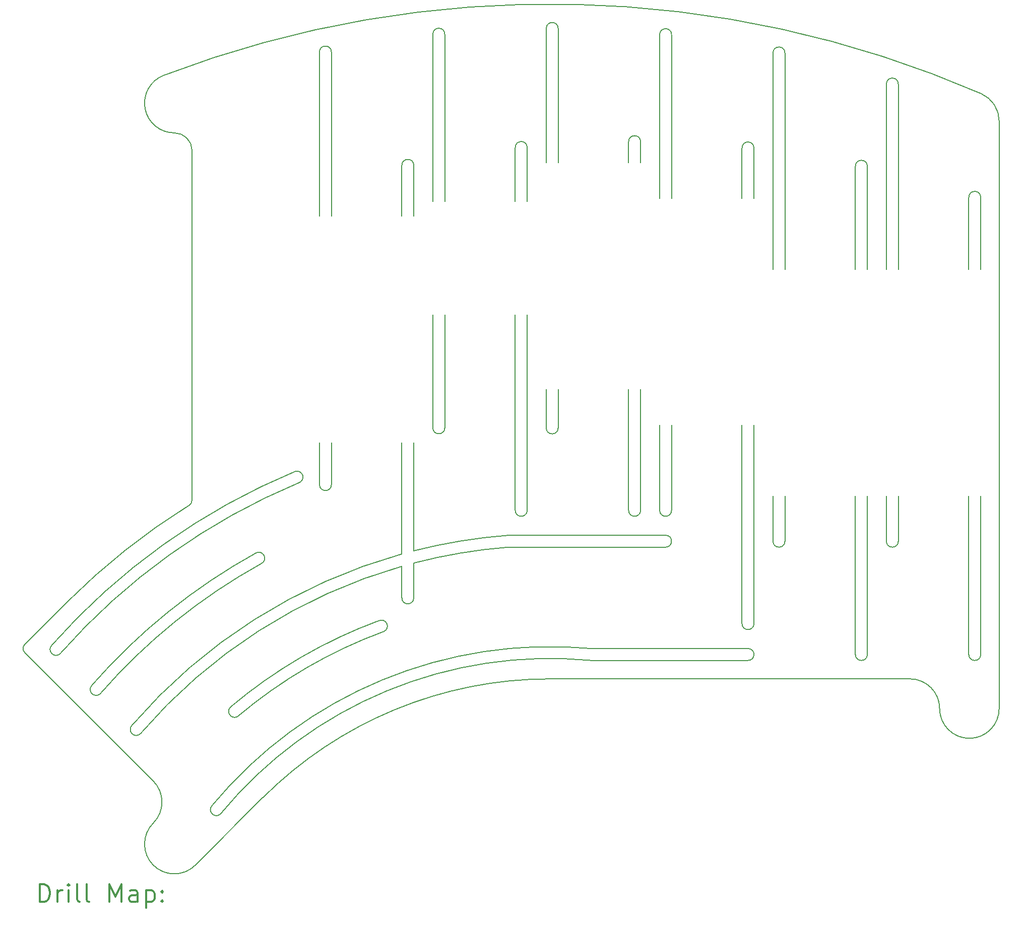
<source format=gbr>
%FSLAX45Y45*%
G04 Gerber Fmt 4.5, Leading zero omitted, Abs format (unit mm)*
G04 Created by KiCad (PCBNEW 5.1.12-84ad8e8a86~92~ubuntu20.04.1) date 2021-11-14 19:57:37*
%MOMM*%
%LPD*%
G01*
G04 APERTURE LIST*
%TA.AperFunction,Profile*%
%ADD10C,0.150000*%
%TD*%
%ADD11C,0.200000*%
%ADD12C,0.300000*%
G04 APERTURE END LIST*
D10*
X13887375Y-9202500D02*
X13887375Y-11020693D01*
X8620859Y-13422986D02*
X8621150Y-13423239D01*
X8479438Y-13281564D02*
X8479728Y-13281818D01*
X7947342Y-12749466D02*
X7947630Y-12749720D01*
X7806209Y-12608299D02*
X7805921Y-12608044D01*
X11892928Y-9686971D02*
G75*
G02*
X11958041Y-9876075I32557J-94552D01*
G01*
X13301094Y-12195724D02*
G75*
G02*
X13385618Y-12376985I42262J-90631D01*
G01*
X11240997Y-11054428D02*
G75*
G02*
X11325520Y-11235690I42262J-90631D01*
G01*
X10805933Y-13649690D02*
G75*
G03*
X10947354Y-13791112I70711J-70711D01*
G01*
X10500286Y-15302375D02*
G75*
G03*
X10641707Y-15443797I70711J-70711D01*
G01*
X9153248Y-13955337D02*
G75*
G03*
X9294669Y-14096758I70711J-70711D01*
G01*
X8479728Y-13281818D02*
G75*
G03*
X8621150Y-13423239I70711J-70711D01*
G01*
X7806209Y-12608299D02*
G75*
G03*
X7947630Y-12749720I70711J-70711D01*
G01*
X10805712Y-13649428D02*
G75*
G02*
X13301094Y-12195724I5370327J-6349932D01*
G01*
X10947134Y-13790850D02*
G75*
G02*
X13385618Y-12376985I5228904J-6208510D01*
G01*
X8620859Y-13422986D02*
G75*
G02*
X11325520Y-11235690I7555180J-6576374D01*
G01*
X8479438Y-13281564D02*
G75*
G02*
X11240997Y-11054428I7696600J-6717796D01*
G01*
X23421413Y-3334354D02*
G75*
G02*
X23722038Y-3792884I-199375J-458530D01*
G01*
X10217443Y-16306467D02*
G75*
G02*
X9510337Y-15599360I-353553J353553D01*
G01*
X7352485Y-12734402D02*
G75*
G02*
X7352485Y-12592981I70711J70711D01*
G01*
X19602375Y-12244500D02*
G75*
G02*
X19402375Y-12244500I-100000J0D01*
G01*
X18217625Y-10339500D02*
G75*
G02*
X18017625Y-10339500I-100000J0D01*
G01*
X19402375Y-8902500D02*
X19402375Y-12244500D01*
X18017625Y-8902500D02*
X18017625Y-10339500D01*
X18217625Y-10339500D02*
X18217625Y-8902500D01*
X19602375Y-12244500D02*
X19602375Y-8902500D01*
X21827625Y-6292500D02*
X21827625Y-3171694D01*
X22027625Y-6292500D02*
X22027625Y-3171694D01*
X23212375Y-6292500D02*
X23212375Y-5076695D01*
X23412375Y-6292500D02*
X23412375Y-5076695D01*
X19922625Y-6292500D02*
X19922625Y-2649246D01*
X20122625Y-6292500D02*
X20122625Y-2649246D01*
X21307375Y-6292500D02*
X21307375Y-4554246D01*
X21507375Y-6292500D02*
X21507375Y-4554246D01*
X23212375Y-12764375D02*
X23212375Y-10102500D01*
X23412375Y-10102500D02*
X23412375Y-12764375D01*
X21307375Y-12764375D02*
X21307375Y-10102500D01*
X21507375Y-10102500D02*
X21507375Y-12764375D01*
X21827625Y-10859500D02*
X21827625Y-10102500D01*
X22027625Y-10102500D02*
X22027625Y-10859500D01*
X19922625Y-10859500D02*
X19922625Y-10102500D01*
X20122625Y-10102500D02*
X20122625Y-10859500D01*
X22027625Y-10859500D02*
G75*
G02*
X21827625Y-10859500I-100000J0D01*
G01*
X20122625Y-10859500D02*
G75*
G02*
X19922625Y-10859500I-100000J0D01*
G01*
X23412375Y-12764375D02*
G75*
G02*
X23212375Y-12764375I-100000J0D01*
G01*
X21507375Y-12764375D02*
G75*
G02*
X21307375Y-12764375I-100000J0D01*
G01*
X7805921Y-12608044D02*
G75*
G02*
X11892928Y-9686971I8370117J-7391316D01*
G01*
X7947342Y-12749466D02*
G75*
G02*
X11958041Y-9876075I8228696J-7249894D01*
G01*
X13687375Y-9202500D02*
X13687375Y-11074059D01*
X9153058Y-13955174D02*
G75*
G02*
X13687375Y-11074059I7022981J-6044186D01*
G01*
X9294479Y-14096596D02*
G75*
G02*
X13687380Y-11281272I6881559J-5902764D01*
G01*
X13887375Y-11812000D02*
X13887375Y-11226645D01*
X13687375Y-11812000D02*
X13687380Y-11281272D01*
X12502625Y-9907000D02*
X12502625Y-9202500D01*
X12302625Y-9202500D02*
X12302625Y-9907000D01*
X13687375Y-4538556D02*
X13687375Y-5392500D01*
X13887375Y-5392500D02*
X13887375Y-4538556D01*
X12302625Y-5392500D02*
X12302625Y-2633556D01*
X12502625Y-2633556D02*
X12502625Y-5392500D01*
X14207625Y-2333772D02*
X14207625Y-5142500D01*
X14407625Y-5142500D02*
X14407625Y-2333772D01*
X15592375Y-4238772D02*
X15592375Y-5142500D01*
X15792375Y-5142500D02*
X15792375Y-4238772D01*
X18017625Y-2341485D02*
X18017625Y-5092500D01*
X18217625Y-5092500D02*
X18217625Y-2341485D01*
X19402375Y-5092500D02*
X19402375Y-4246485D01*
X19602375Y-5092500D02*
X19602375Y-4246485D01*
X16112625Y-4492500D02*
X16112625Y-2237500D01*
X16312625Y-4492500D02*
X16312625Y-2237500D01*
X17497375Y-4492500D02*
X17497375Y-4140075D01*
X17697375Y-4492500D02*
X17697375Y-4140075D01*
X14207625Y-7047500D02*
X14207625Y-8952500D01*
X14407625Y-7047500D02*
X14407625Y-8952500D01*
X15592375Y-7047500D02*
X15592375Y-10339500D01*
X15792375Y-10339500D02*
X15792375Y-7047500D01*
X15792375Y-10339500D02*
G75*
G02*
X15592375Y-10339500I-100000J0D01*
G01*
X16112625Y-8954500D02*
X16112625Y-8302500D01*
X16312625Y-8302500D02*
X16312625Y-8954500D01*
X17497375Y-10339500D02*
X17497375Y-8302500D01*
X17697375Y-8302500D02*
X17697375Y-10339500D01*
X19502375Y-12864500D02*
X16868375Y-12864500D01*
X16868375Y-12664500D02*
X19502375Y-12664500D01*
X15483625Y-10959500D02*
X18117625Y-10959500D01*
X15483625Y-10759500D02*
X18117625Y-10759500D01*
X13887375Y-11020693D02*
G75*
G02*
X15483625Y-10759500I2288663J-8978667D01*
G01*
X13887375Y-11226645D02*
G75*
G02*
X15483625Y-10959500I2288663J-8772715D01*
G01*
X18117625Y-10759500D02*
G75*
G02*
X18117625Y-10959500I0J-100000D01*
G01*
X19502375Y-12664500D02*
G75*
G02*
X19502375Y-12864500I0J-100000D01*
G01*
X10500094Y-15302216D02*
G75*
G02*
X16868375Y-12664500I5675944J-4697144D01*
G01*
X10641514Y-15443638D02*
G75*
G02*
X16868375Y-12864500I5534524J-4555722D01*
G01*
X12502625Y-9907000D02*
G75*
G02*
X12302625Y-9907000I-100000J0D01*
G01*
X13887375Y-11812000D02*
G75*
G02*
X13687375Y-11812000I-100000J0D01*
G01*
X14407625Y-8952500D02*
G75*
G02*
X14207625Y-8952500I-100000J0D01*
G01*
X16312625Y-8954500D02*
G75*
G02*
X16112625Y-8954500I-100000J0D01*
G01*
X17697375Y-10339500D02*
G75*
G02*
X17497375Y-10339500I-100000J0D01*
G01*
X23212375Y-5076695D02*
G75*
G02*
X23412375Y-5076695I100000J0D01*
G01*
X21827625Y-3171694D02*
G75*
G02*
X22027625Y-3171694I100000J0D01*
G01*
X21307375Y-4554246D02*
G75*
G02*
X21507375Y-4554246I100000J0D01*
G01*
X19922625Y-2649246D02*
G75*
G02*
X20122625Y-2649246I100000J0D01*
G01*
X19402375Y-4246485D02*
G75*
G02*
X19602375Y-4246485I100000J0D01*
G01*
X18017625Y-2341485D02*
G75*
G02*
X18217625Y-2341485I100000J0D01*
G01*
X17497375Y-4140075D02*
G75*
G02*
X17697375Y-4140075I100000J0D01*
G01*
X16112625Y-2237500D02*
G75*
G02*
X16312625Y-2237500I100000J0D01*
G01*
X15592375Y-4238772D02*
G75*
G02*
X15792375Y-4238772I100000J0D01*
G01*
X14207625Y-2333772D02*
G75*
G02*
X14407625Y-2333772I100000J0D01*
G01*
X13687375Y-4538556D02*
G75*
G02*
X13887375Y-4538556I100000J0D01*
G01*
X12302625Y-2633556D02*
G75*
G02*
X12502625Y-2633556I100000J0D01*
G01*
X9510337Y-14892253D02*
G75*
G02*
X9510337Y-15599360I-353553J-353553D01*
G01*
X9864130Y-3993217D02*
G75*
G02*
X10161490Y-4290577I0J-297360D01*
G01*
X9864130Y-3993217D02*
G75*
G02*
X9685297Y-3026200I-240J500000D01*
G01*
X22222038Y-13174000D02*
G75*
G02*
X22722038Y-13674000I0J-500000D01*
G01*
X23722038Y-13674000D02*
G75*
G02*
X22722038Y-13674000I-500000J0D01*
G01*
X10161490Y-10169693D02*
G75*
G02*
X10114309Y-10254577I-100000J29D01*
G01*
X10161490Y-4290577D02*
X10161490Y-10169693D01*
X9685297Y-3026200D02*
G75*
G02*
X23421413Y-3334354I6490741J-16973160D01*
G01*
X8061271Y-11884194D02*
G75*
G02*
X10114309Y-10254577I8114767J-8115166D01*
G01*
X7352485Y-12592981D02*
X8061271Y-11884194D01*
X9510337Y-14892253D02*
X7352485Y-12734402D01*
X11350034Y-15173356D02*
X10217443Y-16306467D01*
X11350034Y-15173356D02*
G75*
G02*
X16176038Y-13174360I4826004J-4826004D01*
G01*
X16176038Y-13174360D02*
X22222038Y-13174000D01*
X23722038Y-3792884D02*
X23722038Y-13674000D01*
D11*
D12*
X7602124Y-16926128D02*
X7602124Y-16626128D01*
X7673553Y-16626128D01*
X7716410Y-16640414D01*
X7744981Y-16668985D01*
X7759267Y-16697557D01*
X7773553Y-16754699D01*
X7773553Y-16797557D01*
X7759267Y-16854700D01*
X7744981Y-16883271D01*
X7716410Y-16911842D01*
X7673553Y-16926128D01*
X7602124Y-16926128D01*
X7902124Y-16926128D02*
X7902124Y-16726128D01*
X7902124Y-16783271D02*
X7916410Y-16754699D01*
X7930695Y-16740414D01*
X7959267Y-16726128D01*
X7987838Y-16726128D01*
X8087838Y-16926128D02*
X8087838Y-16726128D01*
X8087838Y-16626128D02*
X8073553Y-16640414D01*
X8087838Y-16654699D01*
X8102124Y-16640414D01*
X8087838Y-16626128D01*
X8087838Y-16654699D01*
X8273553Y-16926128D02*
X8244981Y-16911842D01*
X8230695Y-16883271D01*
X8230695Y-16626128D01*
X8430696Y-16926128D02*
X8402124Y-16911842D01*
X8387838Y-16883271D01*
X8387838Y-16626128D01*
X8773553Y-16926128D02*
X8773553Y-16626128D01*
X8873553Y-16840414D01*
X8973553Y-16626128D01*
X8973553Y-16926128D01*
X9244981Y-16926128D02*
X9244981Y-16768985D01*
X9230696Y-16740414D01*
X9202124Y-16726128D01*
X9144981Y-16726128D01*
X9116410Y-16740414D01*
X9244981Y-16911842D02*
X9216410Y-16926128D01*
X9144981Y-16926128D01*
X9116410Y-16911842D01*
X9102124Y-16883271D01*
X9102124Y-16854700D01*
X9116410Y-16826128D01*
X9144981Y-16811842D01*
X9216410Y-16811842D01*
X9244981Y-16797557D01*
X9387838Y-16726128D02*
X9387838Y-17026128D01*
X9387838Y-16740414D02*
X9416410Y-16726128D01*
X9473553Y-16726128D01*
X9502124Y-16740414D01*
X9516410Y-16754699D01*
X9530696Y-16783271D01*
X9530696Y-16868985D01*
X9516410Y-16897557D01*
X9502124Y-16911842D01*
X9473553Y-16926128D01*
X9416410Y-16926128D01*
X9387838Y-16911842D01*
X9659267Y-16897557D02*
X9673553Y-16911842D01*
X9659267Y-16926128D01*
X9644981Y-16911842D01*
X9659267Y-16897557D01*
X9659267Y-16926128D01*
X9659267Y-16740414D02*
X9673553Y-16754699D01*
X9659267Y-16768985D01*
X9644981Y-16754699D01*
X9659267Y-16740414D01*
X9659267Y-16768985D01*
M02*

</source>
